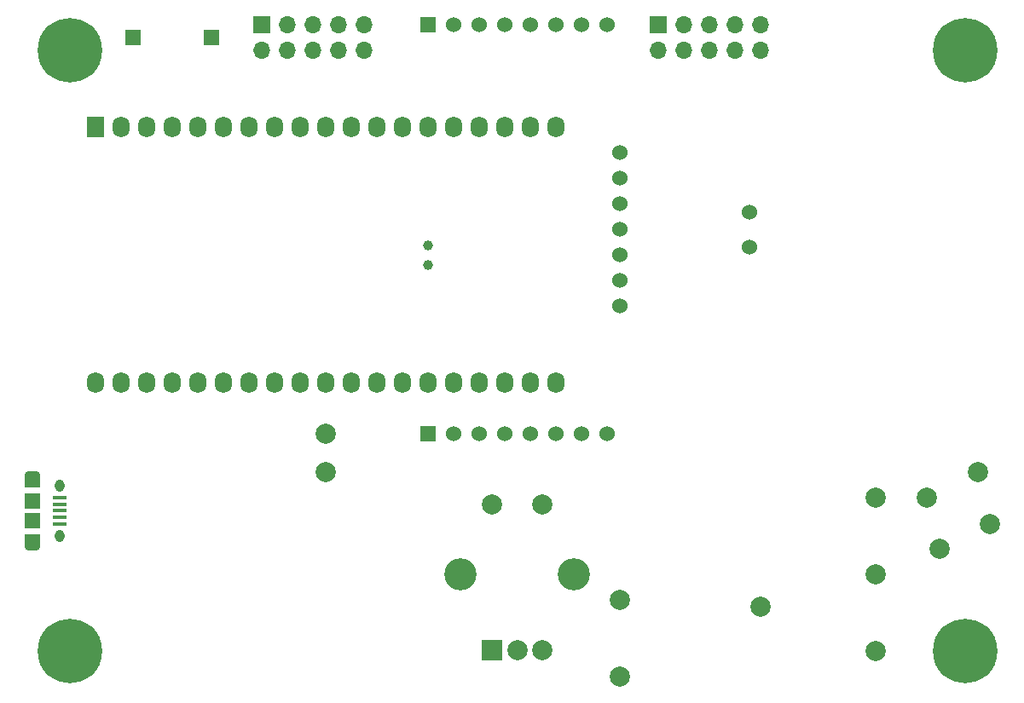
<source format=gbr>
G04 #@! TF.GenerationSoftware,KiCad,Pcbnew,(5.1.9)-1*
G04 #@! TF.CreationDate,2021-03-06T13:27:10+01:00*
G04 #@! TF.ProjectId,IoT12,496f5431-322e-46b6-9963-61645f706362,rev?*
G04 #@! TF.SameCoordinates,Original*
G04 #@! TF.FileFunction,Soldermask,Bot*
G04 #@! TF.FilePolarity,Negative*
%FSLAX46Y46*%
G04 Gerber Fmt 4.6, Leading zero omitted, Abs format (unit mm)*
G04 Created by KiCad (PCBNEW (5.1.9)-1) date 2021-03-06 13:27:10*
%MOMM*%
%LPD*%
G01*
G04 APERTURE LIST*
%ADD10O,1.700000X1.700000*%
%ADD11R,1.700000X1.700000*%
%ADD12C,1.524000*%
%ADD13R,1.524000X1.524000*%
%ADD14C,1.000000*%
%ADD15R,1.500000X1.500000*%
%ADD16R,2.000000X2.000000*%
%ADD17C,2.000000*%
%ADD18C,3.200000*%
%ADD19O,1.550000X0.890000*%
%ADD20R,1.550000X1.200000*%
%ADD21R,1.550000X1.500000*%
%ADD22O,0.950000X1.250000*%
%ADD23R,1.350000X0.400000*%
%ADD24C,0.800000*%
%ADD25C,6.400000*%
%ADD26C,2.010000*%
%ADD27O,1.700000X2.100000*%
%ADD28R,1.700000X2.100000*%
G04 APERTURE END LIST*
D10*
X24130000Y36830000D03*
X24130000Y39370000D03*
X21590000Y36830000D03*
X21590000Y39370000D03*
X19050000Y36830000D03*
X19050000Y39370000D03*
X16510000Y36830000D03*
X16510000Y39370000D03*
X13970000Y36830000D03*
D11*
X13970000Y39370000D03*
D12*
X23030000Y17300000D03*
X23030000Y20800000D03*
X10160000Y11430000D03*
X10160000Y13970000D03*
X10160000Y16510000D03*
X10160000Y19050000D03*
X10160000Y21590000D03*
X10160000Y24130000D03*
X10160000Y26670000D03*
X6350000Y-1230000D03*
X8890000Y-1230000D03*
X3810000Y-1230000D03*
D13*
X-8890000Y-1230000D03*
D12*
X1270000Y-1230000D03*
X-1270000Y-1230000D03*
X-6350000Y-1230000D03*
X-3810000Y-1230000D03*
X8890000Y39410000D03*
X6350000Y39410000D03*
X3810000Y39410000D03*
X1270000Y39410000D03*
X-1270000Y39410000D03*
X-3810000Y39410000D03*
X-6350000Y39410000D03*
D13*
X-8890000Y39410000D03*
D14*
X-8890000Y17460000D03*
X-8890000Y15560000D03*
D15*
X-38190000Y38100000D03*
X-30390000Y38100000D03*
D16*
X-2500000Y-22740000D03*
D17*
X0Y-22740000D03*
X2500000Y-22740000D03*
D18*
X-5600000Y-15240000D03*
X5600000Y-15240000D03*
D17*
X-2500000Y-8240000D03*
X2500000Y-8240000D03*
D10*
X-15240000Y36830000D03*
X-15240000Y39370000D03*
X-17780000Y36830000D03*
X-17780000Y39370000D03*
X-20320000Y36830000D03*
X-20320000Y39370000D03*
X-22860000Y36830000D03*
X-22860000Y39370000D03*
X-25400000Y36830000D03*
D11*
X-25400000Y39370000D03*
D19*
X-48163000Y-5390000D03*
X-48163000Y-12390000D03*
D20*
X-48163000Y-5990000D03*
X-48163000Y-11790000D03*
D21*
X-48163000Y-7890000D03*
X-48163000Y-9890000D03*
D22*
X-45463000Y-6390000D03*
X-45463000Y-11390000D03*
D23*
X-45463000Y-7590000D03*
X-45463000Y-8240000D03*
X-45463000Y-8890000D03*
X-45463000Y-9540000D03*
X-45463000Y-10190000D03*
D17*
X35560000Y-22860000D03*
X35560000Y-15240000D03*
X35560000Y-7620000D03*
X10160000Y-17780000D03*
X24130000Y-18415000D03*
X10160000Y-25330000D03*
X-19050000Y-1270000D03*
X-19050000Y-5080000D03*
D24*
X-42752944Y38527056D03*
X-44450000Y39230000D03*
X-46147056Y38527056D03*
X-46850000Y36830000D03*
X-46147056Y35132944D03*
X-44450000Y34430000D03*
X-42752944Y35132944D03*
X-42050000Y36830000D03*
D25*
X-44450000Y36830000D03*
D24*
X-42752944Y-21162944D03*
X-44450000Y-20460000D03*
X-46147056Y-21162944D03*
X-46850000Y-22860000D03*
X-46147056Y-24557056D03*
X-44450000Y-25260000D03*
X-42752944Y-24557056D03*
X-42050000Y-22860000D03*
D25*
X-44450000Y-22860000D03*
D24*
X46147056Y38527056D03*
X44450000Y39230000D03*
X42752944Y38527056D03*
X42050000Y36830000D03*
X42752944Y35132944D03*
X44450000Y34430000D03*
X46147056Y35132944D03*
X46850000Y36830000D03*
D25*
X44450000Y36830000D03*
D24*
X46147056Y-21162944D03*
X44450000Y-20460000D03*
X42752944Y-21162944D03*
X42050000Y-22860000D03*
X42752944Y-24557056D03*
X44450000Y-25260000D03*
X46147056Y-24557056D03*
X46850000Y-22860000D03*
D25*
X44450000Y-22860000D03*
D26*
X46920000Y-10180000D03*
X45720000Y-5080000D03*
X40710000Y-7600000D03*
X41910000Y-12700000D03*
D27*
X-41910000Y3810000D03*
X-39370000Y3810000D03*
D28*
X-41910000Y29210000D03*
D27*
X3810000Y3810000D03*
X-39370000Y29210000D03*
X3810000Y29210000D03*
X-36830000Y29210000D03*
X1270000Y29210000D03*
X-34290000Y29210000D03*
X-1270000Y29210000D03*
X-31750000Y29210000D03*
X-3810000Y29210000D03*
X-29210000Y29210000D03*
X-6350000Y29210000D03*
X-26670000Y29210000D03*
X-8890000Y29210000D03*
X-24130000Y29210000D03*
X-11430000Y29210000D03*
X-21590000Y29210000D03*
X-13970000Y29210000D03*
X-19050000Y29210000D03*
X-16510000Y29210000D03*
X1270000Y3810000D03*
X-1270000Y3810000D03*
X-3810000Y3810000D03*
X-6350000Y3810000D03*
X-8890000Y3810000D03*
X-11430000Y3810000D03*
X-13970000Y3810000D03*
X-16510000Y3810000D03*
X-19050000Y3810000D03*
X-21590000Y3810000D03*
X-24130000Y3810000D03*
X-26670000Y3810000D03*
X-29210000Y3810000D03*
X-31750000Y3810000D03*
X-34290000Y3810000D03*
X-36830000Y3810000D03*
M02*

</source>
